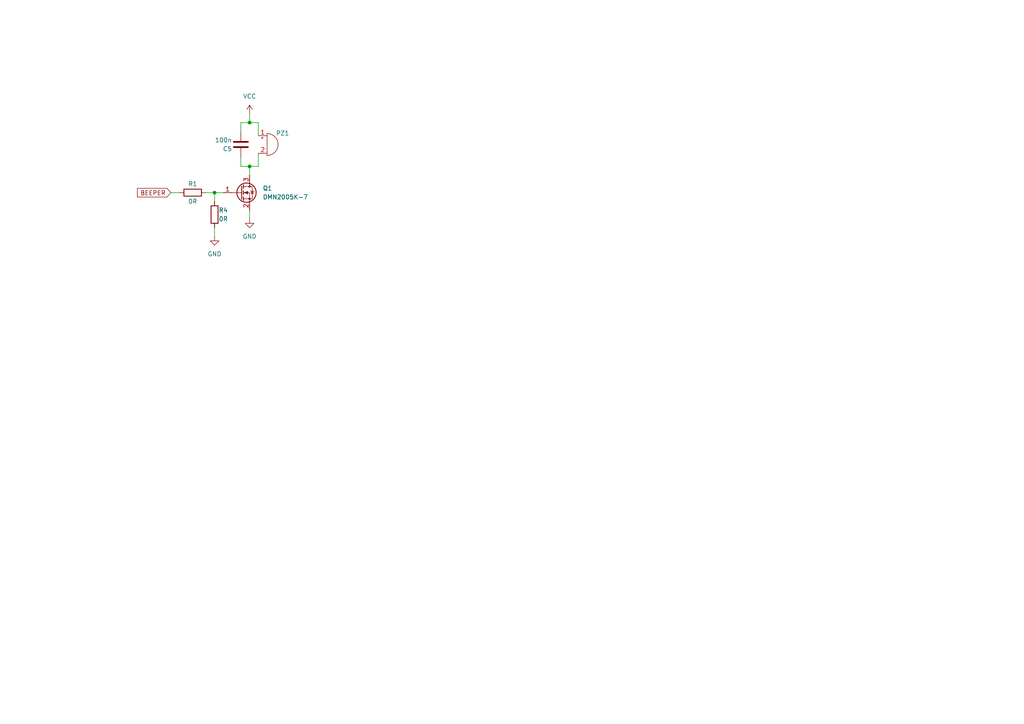
<source format=kicad_sch>
(kicad_sch (version 20230121) (generator eeschema)

  (uuid bd7482da-717d-4ff4-b697-961fea68fee2)

  (paper "A4")

  (lib_symbols
    (symbol "Device:Buzzer" (pin_names (offset 0.0254) hide) (in_bom yes) (on_board yes)
      (property "Reference" "BZ" (at 3.81 1.27 0)
        (effects (font (size 1.27 1.27)) (justify left))
      )
      (property "Value" "Buzzer" (at 3.81 -1.27 0)
        (effects (font (size 1.27 1.27)) (justify left))
      )
      (property "Footprint" "" (at -0.635 2.54 90)
        (effects (font (size 1.27 1.27)) hide)
      )
      (property "Datasheet" "~" (at -0.635 2.54 90)
        (effects (font (size 1.27 1.27)) hide)
      )
      (property "ki_keywords" "quartz resonator ceramic" (at 0 0 0)
        (effects (font (size 1.27 1.27)) hide)
      )
      (property "ki_description" "Buzzer, polarized" (at 0 0 0)
        (effects (font (size 1.27 1.27)) hide)
      )
      (property "ki_fp_filters" "*Buzzer*" (at 0 0 0)
        (effects (font (size 1.27 1.27)) hide)
      )
      (symbol "Buzzer_0_1"
        (arc (start 0 -3.175) (mid 3.1612 0) (end 0 3.175)
          (stroke (width 0) (type default))
          (fill (type none))
        )
        (polyline
          (pts
            (xy -1.651 1.905)
            (xy -1.143 1.905)
          )
          (stroke (width 0) (type default))
          (fill (type none))
        )
        (polyline
          (pts
            (xy -1.397 2.159)
            (xy -1.397 1.651)
          )
          (stroke (width 0) (type default))
          (fill (type none))
        )
        (polyline
          (pts
            (xy 0 3.175)
            (xy 0 -3.175)
          )
          (stroke (width 0) (type default))
          (fill (type none))
        )
      )
      (symbol "Buzzer_1_1"
        (pin passive line (at -2.54 2.54 0) (length 2.54)
          (name "-" (effects (font (size 1.27 1.27))))
          (number "1" (effects (font (size 1.27 1.27))))
        )
        (pin passive line (at -2.54 -2.54 0) (length 2.54)
          (name "+" (effects (font (size 1.27 1.27))))
          (number "2" (effects (font (size 1.27 1.27))))
        )
      )
    )
    (symbol "Device:C" (pin_numbers hide) (pin_names (offset 0.254)) (in_bom yes) (on_board yes)
      (property "Reference" "C" (at 0.635 2.54 0)
        (effects (font (size 1.27 1.27)) (justify left))
      )
      (property "Value" "C" (at 0.635 -2.54 0)
        (effects (font (size 1.27 1.27)) (justify left))
      )
      (property "Footprint" "" (at 0.9652 -3.81 0)
        (effects (font (size 1.27 1.27)) hide)
      )
      (property "Datasheet" "~" (at 0 0 0)
        (effects (font (size 1.27 1.27)) hide)
      )
      (property "ki_keywords" "cap capacitor" (at 0 0 0)
        (effects (font (size 1.27 1.27)) hide)
      )
      (property "ki_description" "Unpolarized capacitor" (at 0 0 0)
        (effects (font (size 1.27 1.27)) hide)
      )
      (property "ki_fp_filters" "C_*" (at 0 0 0)
        (effects (font (size 1.27 1.27)) hide)
      )
      (symbol "C_0_1"
        (polyline
          (pts
            (xy -2.032 -0.762)
            (xy 2.032 -0.762)
          )
          (stroke (width 0.508) (type default))
          (fill (type none))
        )
        (polyline
          (pts
            (xy -2.032 0.762)
            (xy 2.032 0.762)
          )
          (stroke (width 0.508) (type default))
          (fill (type none))
        )
      )
      (symbol "C_1_1"
        (pin passive line (at 0 3.81 270) (length 2.794)
          (name "~" (effects (font (size 1.27 1.27))))
          (number "1" (effects (font (size 1.27 1.27))))
        )
        (pin passive line (at 0 -3.81 90) (length 2.794)
          (name "~" (effects (font (size 1.27 1.27))))
          (number "2" (effects (font (size 1.27 1.27))))
        )
      )
    )
    (symbol "Device:R" (pin_numbers hide) (pin_names (offset 0)) (in_bom yes) (on_board yes)
      (property "Reference" "R" (at 2.032 0 90)
        (effects (font (size 1.27 1.27)))
      )
      (property "Value" "R" (at 0 0 90)
        (effects (font (size 1.27 1.27)))
      )
      (property "Footprint" "" (at -1.778 0 90)
        (effects (font (size 1.27 1.27)) hide)
      )
      (property "Datasheet" "~" (at 0 0 0)
        (effects (font (size 1.27 1.27)) hide)
      )
      (property "ki_keywords" "R res resistor" (at 0 0 0)
        (effects (font (size 1.27 1.27)) hide)
      )
      (property "ki_description" "Resistor" (at 0 0 0)
        (effects (font (size 1.27 1.27)) hide)
      )
      (property "ki_fp_filters" "R_*" (at 0 0 0)
        (effects (font (size 1.27 1.27)) hide)
      )
      (symbol "R_0_1"
        (rectangle (start -1.016 -2.54) (end 1.016 2.54)
          (stroke (width 0.254) (type default))
          (fill (type none))
        )
      )
      (symbol "R_1_1"
        (pin passive line (at 0 3.81 270) (length 1.27)
          (name "~" (effects (font (size 1.27 1.27))))
          (number "1" (effects (font (size 1.27 1.27))))
        )
        (pin passive line (at 0 -3.81 90) (length 1.27)
          (name "~" (effects (font (size 1.27 1.27))))
          (number "2" (effects (font (size 1.27 1.27))))
        )
      )
    )
    (symbol "Transistor_FET:DMN24H3D5L" (pin_names hide) (in_bom yes) (on_board yes)
      (property "Reference" "Q" (at 5.08 1.905 0)
        (effects (font (size 1.27 1.27)) (justify left))
      )
      (property "Value" "DMN24H3D5L" (at 5.08 0 0)
        (effects (font (size 1.27 1.27)) (justify left))
      )
      (property "Footprint" "Package_TO_SOT_SMD:SOT-23" (at 5.08 -1.905 0)
        (effects (font (size 1.27 1.27) italic) (justify left) hide)
      )
      (property "Datasheet" "http://www.diodes.com/assets/Datasheets/DMN24H3D5L.pdf" (at 0 0 0)
        (effects (font (size 1.27 1.27)) (justify left) hide)
      )
      (property "ki_keywords" "N-Channel MOSFET" (at 0 0 0)
        (effects (font (size 1.27 1.27)) hide)
      )
      (property "ki_description" "0.48A Id, 240V Vds, N-Channel MOSFET, SOT-23" (at 0 0 0)
        (effects (font (size 1.27 1.27)) hide)
      )
      (property "ki_fp_filters" "SOT?23*" (at 0 0 0)
        (effects (font (size 1.27 1.27)) hide)
      )
      (symbol "DMN24H3D5L_0_1"
        (polyline
          (pts
            (xy 0.254 0)
            (xy -2.54 0)
          )
          (stroke (width 0) (type default))
          (fill (type none))
        )
        (polyline
          (pts
            (xy 0.254 1.905)
            (xy 0.254 -1.905)
          )
          (stroke (width 0.254) (type default))
          (fill (type none))
        )
        (polyline
          (pts
            (xy 0.762 -1.27)
            (xy 0.762 -2.286)
          )
          (stroke (width 0.254) (type default))
          (fill (type none))
        )
        (polyline
          (pts
            (xy 0.762 0.508)
            (xy 0.762 -0.508)
          )
          (stroke (width 0.254) (type default))
          (fill (type none))
        )
        (polyline
          (pts
            (xy 0.762 2.286)
            (xy 0.762 1.27)
          )
          (stroke (width 0.254) (type default))
          (fill (type none))
        )
        (polyline
          (pts
            (xy 2.54 2.54)
            (xy 2.54 1.778)
          )
          (stroke (width 0) (type default))
          (fill (type none))
        )
        (polyline
          (pts
            (xy 2.54 -2.54)
            (xy 2.54 0)
            (xy 0.762 0)
          )
          (stroke (width 0) (type default))
          (fill (type none))
        )
        (polyline
          (pts
            (xy 0.762 -1.778)
            (xy 3.302 -1.778)
            (xy 3.302 1.778)
            (xy 0.762 1.778)
          )
          (stroke (width 0) (type default))
          (fill (type none))
        )
        (polyline
          (pts
            (xy 1.016 0)
            (xy 2.032 0.381)
            (xy 2.032 -0.381)
            (xy 1.016 0)
          )
          (stroke (width 0) (type default))
          (fill (type outline))
        )
        (polyline
          (pts
            (xy 2.794 0.508)
            (xy 2.921 0.381)
            (xy 3.683 0.381)
            (xy 3.81 0.254)
          )
          (stroke (width 0) (type default))
          (fill (type none))
        )
        (polyline
          (pts
            (xy 3.302 0.381)
            (xy 2.921 -0.254)
            (xy 3.683 -0.254)
            (xy 3.302 0.381)
          )
          (stroke (width 0) (type default))
          (fill (type none))
        )
        (circle (center 1.651 0) (radius 2.794)
          (stroke (width 0.254) (type default))
          (fill (type none))
        )
        (circle (center 2.54 -1.778) (radius 0.254)
          (stroke (width 0) (type default))
          (fill (type outline))
        )
        (circle (center 2.54 1.778) (radius 0.254)
          (stroke (width 0) (type default))
          (fill (type outline))
        )
      )
      (symbol "DMN24H3D5L_1_1"
        (pin input line (at -5.08 0 0) (length 2.54)
          (name "G" (effects (font (size 1.27 1.27))))
          (number "1" (effects (font (size 1.27 1.27))))
        )
        (pin passive line (at 2.54 -5.08 90) (length 2.54)
          (name "S" (effects (font (size 1.27 1.27))))
          (number "2" (effects (font (size 1.27 1.27))))
        )
        (pin passive line (at 2.54 5.08 270) (length 2.54)
          (name "D" (effects (font (size 1.27 1.27))))
          (number "3" (effects (font (size 1.27 1.27))))
        )
      )
    )
    (symbol "power:GND" (power) (pin_names (offset 0)) (in_bom yes) (on_board yes)
      (property "Reference" "#PWR" (at 0 -6.35 0)
        (effects (font (size 1.27 1.27)) hide)
      )
      (property "Value" "GND" (at 0 -3.81 0)
        (effects (font (size 1.27 1.27)))
      )
      (property "Footprint" "" (at 0 0 0)
        (effects (font (size 1.27 1.27)) hide)
      )
      (property "Datasheet" "" (at 0 0 0)
        (effects (font (size 1.27 1.27)) hide)
      )
      (property "ki_keywords" "global power" (at 0 0 0)
        (effects (font (size 1.27 1.27)) hide)
      )
      (property "ki_description" "Power symbol creates a global label with name \"GND\" , ground" (at 0 0 0)
        (effects (font (size 1.27 1.27)) hide)
      )
      (symbol "GND_0_1"
        (polyline
          (pts
            (xy 0 0)
            (xy 0 -1.27)
            (xy 1.27 -1.27)
            (xy 0 -2.54)
            (xy -1.27 -1.27)
            (xy 0 -1.27)
          )
          (stroke (width 0) (type default))
          (fill (type none))
        )
      )
      (symbol "GND_1_1"
        (pin power_in line (at 0 0 270) (length 0) hide
          (name "GND" (effects (font (size 1.27 1.27))))
          (number "1" (effects (font (size 1.27 1.27))))
        )
      )
    )
    (symbol "power:VCC" (power) (pin_names (offset 0)) (in_bom yes) (on_board yes)
      (property "Reference" "#PWR" (at 0 -3.81 0)
        (effects (font (size 1.27 1.27)) hide)
      )
      (property "Value" "VCC" (at 0 3.81 0)
        (effects (font (size 1.27 1.27)))
      )
      (property "Footprint" "" (at 0 0 0)
        (effects (font (size 1.27 1.27)) hide)
      )
      (property "Datasheet" "" (at 0 0 0)
        (effects (font (size 1.27 1.27)) hide)
      )
      (property "ki_keywords" "global power" (at 0 0 0)
        (effects (font (size 1.27 1.27)) hide)
      )
      (property "ki_description" "Power symbol creates a global label with name \"VCC\"" (at 0 0 0)
        (effects (font (size 1.27 1.27)) hide)
      )
      (symbol "VCC_0_1"
        (polyline
          (pts
            (xy -0.762 1.27)
            (xy 0 2.54)
          )
          (stroke (width 0) (type default))
          (fill (type none))
        )
        (polyline
          (pts
            (xy 0 0)
            (xy 0 2.54)
          )
          (stroke (width 0) (type default))
          (fill (type none))
        )
        (polyline
          (pts
            (xy 0 2.54)
            (xy 0.762 1.27)
          )
          (stroke (width 0) (type default))
          (fill (type none))
        )
      )
      (symbol "VCC_1_1"
        (pin power_in line (at 0 0 90) (length 0) hide
          (name "VCC" (effects (font (size 1.27 1.27))))
          (number "1" (effects (font (size 1.27 1.27))))
        )
      )
    )
  )

  (junction (at 72.39 35.56) (diameter 0) (color 0 0 0 0)
    (uuid 8e4cbace-2555-4451-a71d-56cbdf0c4e76)
  )
  (junction (at 62.23 55.88) (diameter 0) (color 0 0 0 0)
    (uuid 96bb4fcc-0138-4f76-a86c-4c963fa241fb)
  )
  (junction (at 72.39 48.26) (diameter 0) (color 0 0 0 0)
    (uuid a3b21f14-6232-4413-8362-b6989925a9c9)
  )

  (wire (pts (xy 72.39 33.02) (xy 72.39 35.56))
    (stroke (width 0) (type default))
    (uuid 022fe38a-c78c-454b-9597-229b2c83f111)
  )
  (wire (pts (xy 74.93 48.26) (xy 74.93 44.45))
    (stroke (width 0) (type default))
    (uuid 0dbe951b-0824-49f5-83c9-6feb989622c6)
  )
  (wire (pts (xy 69.85 45.72) (xy 69.85 48.26))
    (stroke (width 0) (type default))
    (uuid 114e4559-e8cc-481a-9733-4eb6b967d8e6)
  )
  (wire (pts (xy 72.39 48.26) (xy 74.93 48.26))
    (stroke (width 0) (type default))
    (uuid 2d35a0d1-e847-4696-9f45-3c25e9c724b4)
  )
  (wire (pts (xy 69.85 35.56) (xy 72.39 35.56))
    (stroke (width 0) (type default))
    (uuid 446be859-dc37-4fb5-8cce-06a999ad95fd)
  )
  (wire (pts (xy 72.39 48.26) (xy 72.39 50.8))
    (stroke (width 0) (type default))
    (uuid 5369c5e5-773b-4342-a74f-6a0f7745045a)
  )
  (wire (pts (xy 72.39 60.96) (xy 72.39 63.5))
    (stroke (width 0) (type default))
    (uuid 694e9c69-fc90-43c3-ab5b-d3c14a182587)
  )
  (wire (pts (xy 69.85 48.26) (xy 72.39 48.26))
    (stroke (width 0) (type default))
    (uuid 69b3a90d-234d-4114-a123-12fa1920e05f)
  )
  (wire (pts (xy 59.69 55.88) (xy 62.23 55.88))
    (stroke (width 0) (type default))
    (uuid 71b602b8-fa26-4e1a-8dc7-8f5fa9c736e8)
  )
  (wire (pts (xy 69.85 38.1) (xy 69.85 35.56))
    (stroke (width 0) (type default))
    (uuid 8892d690-2209-454d-b524-453745b4f444)
  )
  (wire (pts (xy 62.23 66.04) (xy 62.23 68.58))
    (stroke (width 0) (type default))
    (uuid 8c7457cc-1c84-48c8-b354-bdbd71392a85)
  )
  (wire (pts (xy 49.53 55.88) (xy 52.07 55.88))
    (stroke (width 0) (type default))
    (uuid afde78a7-77d9-4dc6-a145-af21de774876)
  )
  (wire (pts (xy 72.39 35.56) (xy 74.93 35.56))
    (stroke (width 0) (type default))
    (uuid c8f6de4b-0664-4b5d-8a4f-478796e4a4fb)
  )
  (wire (pts (xy 62.23 55.88) (xy 64.77 55.88))
    (stroke (width 0) (type default))
    (uuid de349d91-6c45-41d6-b19b-1b46da8f1f5a)
  )
  (wire (pts (xy 74.93 35.56) (xy 74.93 39.37))
    (stroke (width 0) (type default))
    (uuid dfa86353-116e-4800-a008-9704e12677de)
  )
  (wire (pts (xy 62.23 55.88) (xy 62.23 58.42))
    (stroke (width 0) (type default))
    (uuid e6ef6c39-dad0-449b-be62-411bf05742c8)
  )

  (global_label "BEEPER" (shape input) (at 49.53 55.88 180) (fields_autoplaced)
    (effects (font (size 1.27 1.27)) (justify right))
    (uuid 5b622d2a-fea5-4a10-89ed-ea163489be14)
    (property "Intersheetrefs" "${INTERSHEET_REFS}" (at 39.3672 55.88 0)
      (effects (font (size 1.27 1.27)) (justify right) hide)
    )
  )

  (symbol (lib_id "Device:R") (at 55.88 55.88 270) (mirror x) (unit 1)
    (in_bom yes) (on_board yes) (dnp no)
    (uuid 0a0e13d3-134b-4b20-84d0-59315355461a)
    (property "Reference" "R1" (at 55.88 53.34 90)
      (effects (font (size 1.27 1.27)))
    )
    (property "Value" "0R" (at 55.88 58.42 90)
      (effects (font (size 1.27 1.27)))
    )
    (property "Footprint" "Resistor_SMD:R_0805_2012Metric_Pad1.20x1.40mm_HandSolder" (at 55.88 57.658 90)
      (effects (font (size 1.27 1.27)) hide)
    )
    (property "Datasheet" "~" (at 55.88 55.88 0)
      (effects (font (size 1.27 1.27)) hide)
    )
    (property "Digikey" "RMCF0805ZT0R00CT-ND" (at 55.88 55.88 0)
      (effects (font (size 1.27 1.27)) hide)
    )
    (pin "1" (uuid d4a5310b-094f-4554-817c-9725a32bf274))
    (pin "2" (uuid 501b68d4-f2fa-4a82-8fe1-06c2da6a5415))
    (instances
      (project "reprapdiscount_smart_controller"
        (path "/c20eb3f6-d157-43e2-84ab-82664a430dd1"
          (reference "R1") (unit 1)
        )
        (path "/c20eb3f6-d157-43e2-84ab-82664a430dd1/672f6201-7716-4ecc-a584-a5072604b635"
          (reference "R1") (unit 1)
        )
      )
    )
  )

  (symbol (lib_id "Transistor_FET:DMN24H3D5L") (at 69.85 55.88 0) (unit 1)
    (in_bom yes) (on_board yes) (dnp no) (fields_autoplaced)
    (uuid 10f18f27-d8b2-49ee-8e62-1d790919ba48)
    (property "Reference" "Q1" (at 76.2 54.61 0)
      (effects (font (size 1.27 1.27)) (justify left))
    )
    (property "Value" "DMN2005K-7" (at 76.2 57.15 0)
      (effects (font (size 1.27 1.27)) (justify left))
    )
    (property "Footprint" "Package_TO_SOT_SMD:SOT-23" (at 74.93 57.785 0)
      (effects (font (size 1.27 1.27) italic) (justify left) hide)
    )
    (property "Datasheet" "http://www.diodes.com/assets/Datasheets/DMN24H3D5L.pdf" (at 69.85 55.88 0)
      (effects (font (size 1.27 1.27)) (justify left) hide)
    )
    (property "Digikey" "DMN2005K-7DICT-ND" (at 69.85 55.88 0)
      (effects (font (size 1.27 1.27)) hide)
    )
    (pin "1" (uuid c457676d-0035-4c6d-b3ee-7a40d4d24cc6))
    (pin "2" (uuid 687876f0-2185-4573-86eb-72345d406ab3))
    (pin "3" (uuid 89b87cbd-dad8-493c-8189-37dfa846900c))
    (instances
      (project "reprapdiscount_smart_controller"
        (path "/c20eb3f6-d157-43e2-84ab-82664a430dd1"
          (reference "Q1") (unit 1)
        )
        (path "/c20eb3f6-d157-43e2-84ab-82664a430dd1/672f6201-7716-4ecc-a584-a5072604b635"
          (reference "Q1") (unit 1)
        )
      )
    )
  )

  (symbol (lib_id "Device:Buzzer") (at 77.47 41.91 0) (unit 1)
    (in_bom yes) (on_board yes) (dnp no)
    (uuid 685b817b-549f-4191-a0d9-14e3b0acc94e)
    (property "Reference" "PZ1" (at 80.01 39.37 0)
      (effects (font (size 1.27 1.27)) (justify left bottom))
    )
    (property "Value" "PIEZO" (at 74.422 34.29 0)
      (effects (font (size 1.27 1.27)) (justify left bottom) hide)
    )
    (property "Footprint" "reprapdiscount_smart_controller:PIEZO 11MM" (at 76.835 39.37 90)
      (effects (font (size 1.27 1.27)) hide)
    )
    (property "Datasheet" "~" (at 76.835 39.37 90)
      (effects (font (size 1.27 1.27)) hide)
    )
    (property "Digikey" "433-1028-ND" (at 77.47 41.91 0)
      (effects (font (size 1.27 1.27)) hide)
    )
    (pin "1" (uuid 63a69c12-27d5-4831-a683-16493110ce3c))
    (pin "2" (uuid a8d39873-5ebd-4084-9e73-fd1f68dd8ade))
    (instances
      (project "reprapdiscount_smart_controller"
        (path "/c20eb3f6-d157-43e2-84ab-82664a430dd1"
          (reference "PZ1") (unit 1)
        )
        (path "/c20eb3f6-d157-43e2-84ab-82664a430dd1/672f6201-7716-4ecc-a584-a5072604b635"
          (reference "PZ1") (unit 1)
        )
      )
    )
  )

  (symbol (lib_id "Device:C") (at 69.85 41.91 180) (unit 1)
    (in_bom yes) (on_board yes) (dnp no)
    (uuid 6892e503-9874-478b-8161-a81a4038d8ec)
    (property "Reference" "C5" (at 67.31 43.18 0)
      (effects (font (size 1.27 1.27)) (justify left))
    )
    (property "Value" "100n" (at 67.31 40.64 0)
      (effects (font (size 1.27 1.27)) (justify left))
    )
    (property "Footprint" "Capacitor_SMD:C_0805_2012Metric_Pad1.18x1.45mm_HandSolder" (at 68.8848 38.1 0)
      (effects (font (size 1.27 1.27)) hide)
    )
    (property "Datasheet" "~" (at 69.85 41.91 0)
      (effects (font (size 1.27 1.27)) hide)
    )
    (property "Digikey" "478-KGM21NR71H104KMCT-ND" (at 69.85 41.91 0)
      (effects (font (size 1.27 1.27)) hide)
    )
    (pin "1" (uuid 87d73570-6a21-4095-9c64-b9ed3182415b))
    (pin "2" (uuid c8b1b024-7a83-4817-b9fb-2595bfe4a8d7))
    (instances
      (project "reprapdiscount_smart_controller"
        (path "/c20eb3f6-d157-43e2-84ab-82664a430dd1"
          (reference "C5") (unit 1)
        )
        (path "/c20eb3f6-d157-43e2-84ab-82664a430dd1/672f6201-7716-4ecc-a584-a5072604b635"
          (reference "C5") (unit 1)
        )
      )
    )
  )

  (symbol (lib_id "power:GND") (at 72.39 63.5 0) (unit 1)
    (in_bom yes) (on_board yes) (dnp no) (fields_autoplaced)
    (uuid 9e436a28-0bb5-4a9a-a269-28e779983674)
    (property "Reference" "#PWR06" (at 72.39 69.85 0)
      (effects (font (size 1.27 1.27)) hide)
    )
    (property "Value" "GND" (at 72.39 68.58 0)
      (effects (font (size 1.27 1.27)))
    )
    (property "Footprint" "" (at 72.39 63.5 0)
      (effects (font (size 1.27 1.27)) hide)
    )
    (property "Datasheet" "" (at 72.39 63.5 0)
      (effects (font (size 1.27 1.27)) hide)
    )
    (pin "1" (uuid 967910ce-da08-4f76-98f2-c970f29d84bd))
    (instances
      (project "reprapdiscount_smart_controller"
        (path "/c20eb3f6-d157-43e2-84ab-82664a430dd1"
          (reference "#PWR06") (unit 1)
        )
        (path "/c20eb3f6-d157-43e2-84ab-82664a430dd1/672f6201-7716-4ecc-a584-a5072604b635"
          (reference "#PWR028") (unit 1)
        )
      )
    )
  )

  (symbol (lib_id "Device:R") (at 62.23 62.23 0) (unit 1)
    (in_bom yes) (on_board yes) (dnp no)
    (uuid a2672694-1c72-41c6-9142-99467f7244a4)
    (property "Reference" "R4" (at 64.77 60.96 0)
      (effects (font (size 1.27 1.27)))
    )
    (property "Value" "0R" (at 64.77 63.5 0)
      (effects (font (size 1.27 1.27)))
    )
    (property "Footprint" "Resistor_SMD:R_0805_2012Metric_Pad1.20x1.40mm_HandSolder" (at 60.452 62.23 90)
      (effects (font (size 1.27 1.27)) hide)
    )
    (property "Datasheet" "~" (at 62.23 62.23 0)
      (effects (font (size 1.27 1.27)) hide)
    )
    (property "Digikey" "RMCF0805ZT0R00CT-ND" (at 62.23 62.23 0)
      (effects (font (size 1.27 1.27)) hide)
    )
    (pin "1" (uuid 1724ca82-16d3-46fc-a7b0-936c42855a95))
    (pin "2" (uuid d69ec810-e578-4e43-a919-d3a68f704414))
    (instances
      (project "reprapdiscount_smart_controller"
        (path "/c20eb3f6-d157-43e2-84ab-82664a430dd1"
          (reference "R4") (unit 1)
        )
        (path "/c20eb3f6-d157-43e2-84ab-82664a430dd1/672f6201-7716-4ecc-a584-a5072604b635"
          (reference "R4") (unit 1)
        )
      )
    )
  )

  (symbol (lib_id "power:GND") (at 62.23 68.58 0) (unit 1)
    (in_bom yes) (on_board yes) (dnp no) (fields_autoplaced)
    (uuid cd7f7e77-35b6-445b-8f46-087adcd60e19)
    (property "Reference" "#PWR028" (at 62.23 74.93 0)
      (effects (font (size 1.27 1.27)) hide)
    )
    (property "Value" "GND" (at 62.23 73.66 0)
      (effects (font (size 1.27 1.27)))
    )
    (property "Footprint" "" (at 62.23 68.58 0)
      (effects (font (size 1.27 1.27)) hide)
    )
    (property "Datasheet" "" (at 62.23 68.58 0)
      (effects (font (size 1.27 1.27)) hide)
    )
    (pin "1" (uuid 0a1033a0-cea7-4e3e-a75c-aa80a8afe6a3))
    (instances
      (project "reprapdiscount_smart_controller"
        (path "/c20eb3f6-d157-43e2-84ab-82664a430dd1"
          (reference "#PWR028") (unit 1)
        )
        (path "/c20eb3f6-d157-43e2-84ab-82664a430dd1/672f6201-7716-4ecc-a584-a5072604b635"
          (reference "#PWR02") (unit 1)
        )
      )
    )
  )

  (symbol (lib_id "power:VCC") (at 72.39 33.02 0) (unit 1)
    (in_bom yes) (on_board yes) (dnp no) (fields_autoplaced)
    (uuid dd50179a-5e6b-4ffa-a68c-81d6fbecf873)
    (property "Reference" "#PWR02" (at 72.39 36.83 0)
      (effects (font (size 1.27 1.27)) hide)
    )
    (property "Value" "VCC" (at 72.39 27.94 0)
      (effects (font (size 1.27 1.27)))
    )
    (property "Footprint" "" (at 72.39 33.02 0)
      (effects (font (size 1.27 1.27)) hide)
    )
    (property "Datasheet" "" (at 72.39 33.02 0)
      (effects (font (size 1.27 1.27)) hide)
    )
    (pin "1" (uuid 38a64192-3bd9-40ab-adcb-9063b33db365))
    (instances
      (project "reprapdiscount_smart_controller"
        (path "/c20eb3f6-d157-43e2-84ab-82664a430dd1"
          (reference "#PWR02") (unit 1)
        )
        (path "/c20eb3f6-d157-43e2-84ab-82664a430dd1/672f6201-7716-4ecc-a584-a5072604b635"
          (reference "#PWR06") (unit 1)
        )
      )
    )
  )
)

</source>
